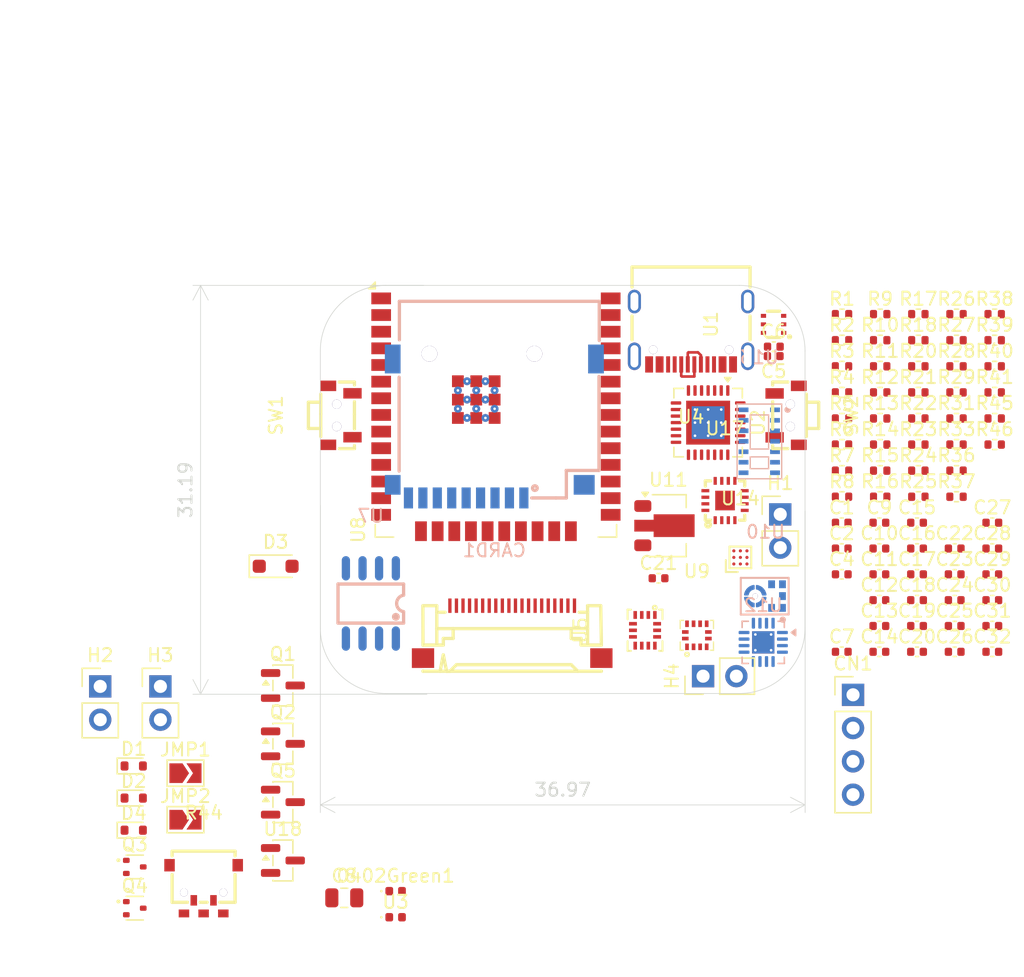
<source format=kicad_pcb>
(kicad_pcb (version 20241229) (generator "pcbnew") (generator_version "9.0")
  (layers (0 "F.Cu" signal) (4 "In1.Cu" power "GND") (6 "In2.Cu" power "+3V3") (2 "B.Cu" signal) (13 "F.Paste" user) (15 "B.Paste" user) (5 "F.SilkS" user "F.Silkscreen") (7 "B.SilkS" user "B.Silkscreen") (1 "F.Mask" user) (3 "B.Mask" user) (25 "Edge.Cuts" user))
  (net 0 "")
  (net 1 "Net-(U12-PGOOD#)")
  (net 2 "Net-(0402Green1-Pad2)")
  (net 3 "GND")
  (net 4 "IO0")
  (net 5 "EN")
  (net 6 "+3V3")
  (net 7 "VBAT")
  (net 8 "+5V_VBUS")
  (net 9 "Net-(U11-VIN)")
  (net 10 "Net-(U14-VDD)")
  (net 11 "BAT+")
  (net 12 "Net-(C26-Pad1)")
  (net 13 "Net-(U9-C1)")
  (net 14 "Net-(U13-VDD)")
  (net 15 "CLK")
  (net 16 "SD_CS")
  (net 17 "MOSI")
  (net 18 "MISO")
  (net 21 "SCL")
  (net 22 "SDA")
  (net 23 "USB_DN")
  (net 24 "Net-(D3-A)")
  (net 25 "USB_DP")
  (net 26 "LEDK")
  (net 27 "TP_RST")
  (net 28 "LCD_CS")
  (net 29 "LCD_RST")
  (net 30 "LCD_DC")
  (net 31 "TP_INT")
  (net 32 "Net-(Q4-D)")
  (net 33 "Net-(U17-OUTN)")
  (net 34 "Net-(U17-OUTP)")
  (net 35 "Net-(U11-VOUT)")
  (net 36 "RTS")
  (net 37 "Net-(Q1-B)")
  (net 38 "Net-(Q2-B)")
  (net 39 "DTR")
  (net 40 "Net-(Q3-D)")
  (net 41 "Net-(Q3-G)")
  (net 42 "Net-(Q4-G)")
  (net 43 "Net-(Q5-B)")
  (net 44 "TXD0")
  (net 45 "RXD")
  (net 46 "RXD0")
  (net 47 "TXD")
  (net 48 "Net-(U4-CC2)")
  (net 49 "Net-(U2-SUSPENDb)")
  (net 50 "Net-(U2-VBUS)")
  (net 51 "Net-(U2-RSTb)")
  (net 52 "Net-(U3-A)")
  (net 53 "Net-(U4-CC1)")
  (net 54 "Net-(U12-ILIM)")
  (net 55 "I2S_MIC")
  (net 56 "EC11_B")
  (net 57 "EC11_A")
  (net 58 "Net-(U17-SD_MODE#)")
  (net 59 "Net-(U12-ISET)")
  (net 60 "LCD_BL")
  (net 61 "EC11_SW")
  (net 62 "VIBR")
  (net 63 "Net-(U17-GAIN_SLOT)")
  (net 64 "Net-(U14-BIN)")
  (net 65 "Net-(U14-GPOUT)")
  (net 66 "Net-(U12-TS)")
  (net 67 "LIGHT")
  (net 90 "Net-(U12-CHG#)")
  (net 98 "IMU_INT")
  (net 104 "I2S_WS")
  (net 109 "I2S_SPKR")
  (net 112 "I2S_SCK")
  (footprint "Resistor_SMD:R_0402_1005Metric" (layer "F.Cu") (at 186.92 73.12)
    (property "Reference" "R7")
    (property "Value" "22.1kΩ")
  )
  (footprint "Capacitor_SMD:C_0402_1005Metric" (layer "F.Cu") (at 195.51 84.97)
    (property "Reference" "C25")
    (property "Value" "2.2uF")
  )
  (footprint "easyeda2kicad:SW-SMD_L4.7-W3.5-P3.35-EH" (layer "F.Cu") (at 148.6725 68.9 90)
    (property "Reference" "SW1")
    (property "Value" "SW-SMD_L4.7-W3.5-P3.35-EH")
  )
  (footprint "Diode_SMD:D_SOD-523" (layer "F.Cu") (at 132.9125 98.1)
    (property "Reference" "D2")
    (property "Value" "LESD5D5.0CT1G_C5199850")
  )
  (footprint "Package_TO_SOT_SMD:SOT-23" (layer "F.Cu") (at 144.2875 93.96)
    (property "Reference" "Q2")
    (property "Value" "SS8050/Y1")
  )
  (footprint "Package_TO_SOT_SMD:SOT-23" (layer "F.Cu") (at 144.2875 102.86)
    (property "Reference" "U18")
    (property "Value" "ME6206B18XG")
  )
  (footprint "easyeda2kicad:USB-C-SMD_G-SWITCH_GT-USB-7010ASV" (layer "F.Cu") (at 175.41 62.6175 180)
    (property "Reference" "U4")
    (property "Value" "GT-USB-7010ASV")
  )
  (footprint "Capacitor_SMD:C_0402_1005Metric" (layer "F.Cu") (at 186.9 77.09)
    (property "Reference" "C1")
    (property "Value" "100nF")
  )
  (footprint "Capacitor_SMD:C_0402_1005Metric" (layer "F.Cu") (at 186.9 81.03)
    (property "Reference" "C4")
    (property "Value" "100nF")
  )
  (footprint "Resistor_SMD:R_0402_1005Metric" (layer "F.Cu") (at 186.92 71.13)
    (property "Reference" "R6")
    (property "Value" "10kΩ")
  )
  (footprint "Package_TO_SOT_SMD:SOT-523" (layer "F.Cu") (at 132.9925 103.35)
    (property "Reference" "Q3")
    (property "Value" "DMG1012T-7")
  )
  (footprint "Capacitor_SMD:C_0402_1005Metric" (layer "F.Cu") (at 192.64 81.03)
    (property "Reference" "C17")
    (property "Value" "100nF")
  )
  (footprint "easyeda2kicad:SW-SMD_L4.7-W3.5-P3.35-EH" (layer "F.Cu") (at 182.7 68.9 -90)
    (property "Reference" "SW2")
    (property "Value" "SW-SMD_L4.7-W3.5-P3.35-EH")
  )
  (footprint "Resistor_SMD:R_0402_1005Metric" (layer "F.Cu") (at 192.74 69.14)
    (property "Reference" "R22")
    (property "Value" "10kΩ")
  )
  (footprint "Capacitor_SMD:C_0402_1005Metric" (layer "F.Cu") (at 195.51 83)
    (property "Reference" "C24")
    (property "Value" "470nF")
  )
  (footprint "easyeda2kicad:TQFN-16_L3.0-W3.0-P0.50-BL-EP1.5" (layer "F.Cu") (at 178 75.4)
    (property "Reference" "U17")
    (property "Value" "MAX98357AETE+T")
  )
  (footprint "easyeda2kicad:SENSOR-SMD_LTR-390UV-01" (layer "F.Cu") (at 181.7 61.96 90)
    (property "Reference" "U1")
    (property "Value" "LTR-390UV-01")
  )
  (footprint "Capacitor_SMD:C_0402_1005Metric" (layer "F.Cu") (at 189.77 81.03)
    (property "Reference" "C11")
    (property "Value" "100nF")
  )
  (footprint "Capacitor_SMD:C_0402_1005Metric" (layer "F.Cu") (at 198.38 84.97)
    (property "Reference" "C31")
    (property "Value" "100nF")
  )
  (footprint "Capacitor_SMD:C_0402_1005Metric" (layer "F.Cu") (at 192.64 84.97)
    (property "Reference" "C19")
    (property "Value" "10uF")
  )
  (footprint "Resistor_SMD:R_0402_1005Metric" (layer "F.Cu") (at 198.56 71.13)
    (property "Reference" "R46")
    (property "Value" "1kΩ")
  )
  (footprint "Resistor_SMD:R_0402_1005Metric" (layer "F.Cu") (at 186.92 65.16)
    (property "Reference" "R3")
    (property "Value" "10kΩ")
  )
  (footprint "Connector_PinHeader_2.54mm:PinHeader_1x02_P2.54mm_Vertical" (layer "F.Cu") (at 182.21 76.455)
    (property "Reference" "H1")
    (property "Value" "HEADER 2X1P")
  )
  (footprint "Resistor_SMD:R_0402_1005Metric" (layer "F.Cu") (at 189.83 71.13)
    (property "Reference" "R14")
    (property "Value" "2.2kΩ")
  )
  (footprint "Diode_SMD:D_SOD-523" (layer "F.Cu") (at 132.9125 95.65)
    (property "Reference" "D1")
    (property "Value" "LESD5D5.0CT1G_C5199850")
  )
  (footprint "Resistor_SMD:R_0402_1005Metric" (layer "F.Cu") (at 195.65 63.17)
    (property "Reference" "R27")
    (property "Value" "10kΩ")
  )
  (footprint "Package_DFN_QFN:QFN-28-1EP_5x5mm_P0.5mm_EP3.35x3.35mm_ThermalVias" (layer "F.Cu") (at 176.71 69.4575 -90)
    (property "Reference" "U2")
    (property "Value" "CP2102N-A02-GQFN28R")
  )
  (footprint "Resistor_SMD:R_0402_1005Metric" (layer "F.Cu") (at 186.92 69.14)
    (property "Reference" "R5")
    (property "Value" "5.1kΩ")
  )
  (footprint "Capacitor_SMD:C_0402_1005Metric" (layer "F.Cu") (at 181.71 64.38 180)
    (property "Reference" "C5")
    (property "Value" "100nF")
  )
  (footprint "Capacitor_SMD:C_0402_1005Metric" (layer "F.Cu") (at 181.72 63.66)
    (property "Reference" "C6")
    (property "Value" "4.7uF")
  )
  (footprint "easyeda2kicad:DSBGA-9_L1.5-W1.5-R3-C3-P0.50-BL" (layer "F.Cu") (at 179.17 79.74)
    (property "Reference" "U14")
    (property "Value" "BQ27421YZFR-G1A")
  )
  (footprint "Capacitor_SMD:C_0402_1005Metric" (layer "F.Cu") (at 192.64 83)
    (property "Reference" "C18")
    (property "Value" "4.7uF")
  )
  (footprint "Connector_PinHeader_2.54mm:PinHeader_1x04_P2.54mm_Vertical" (layer "F.Cu") (at 187.76 90.22)
    (property "Reference" "CN1")
    (property "Value" "1X4")
  )
  (footprint "Capacitor_SMD:C_0402_1005Metric" (layer "F.Cu") (at 198.38 83)
    (property "Reference" "C30")
    (property "Value" "2.2uF")
  )
  (footprint "Resistor_SMD:R_0402_1005Metric" (layer "F.Cu") (at 198.56 65.16)
    (property "Reference" "R40")
    (property "Value" "10kΩ")
  )
  (footprint "Resistor_SMD:R_0402_1005Metric" (layer "F.Cu") (at 195.65 69.14)
    (property "Reference" "R31")
    (property "Value" "100kΩ")
  )
  (footprint "Diode_SMD:D_0402_1005Metric" (layer "F.Cu") (at 152.8825 107.19)
    (property "Reference" "U3")
    (property "Value" "0402 Blue")
  )
  (footprint "Resistor_SMD:R_0402_1005Metric" (layer "F.Cu") (at 192.74 73.12)
    (property "Reference" "R24")
    (property "Value" "10kΩ")
  )
  (footprint "Capacitor_SMD:C_0402_1005Metric" (layer "F.Cu") (at 189.77 83)
    (property "Reference" "C12")
    (property "Value" "100nF")
  )
  (footprint "Resistor_SMD:R_0402_1005Metric" (layer "F.Cu") (at 189.83 69.14)
    (property "Reference" "R13")
    (property "Value" "1k")
  )
  (footprint "Resistor_SMD:R_0402_1005Metric" (layer "F.Cu") (at 192.74 67.15)
    (property "Reference" "R21")
    (property "Value" "10kΩ")
  )
  (footprint "Resistor_SMD:R_0402_1005Metric" (layer "F.Cu") (at 198.56 61.18)
    (property "Reference" "R38")
    (property "Value" "0Ω")
  )
  (footprint "Resistor_SMD:R_0402_1005Metric" (layer "F.Cu") (at 189.83 65.16)
    (property "Reference" "R11")
    (property "Value" "10kΩ")
  )
  (footprint "Capacitor_SMD:C_0402_1005Metric" (layer "F.Cu") (at 195.51 86.94)
    (property "Reference" "C26")
    (property "Value" "4.7uF")
  )
  (footprint "Resistor_SMD:R_0402_1005Metric" (layer "F.Cu") (at 186.92 61.18)
    (property "Reference" "R1")
    (property "Value" "0Ω")
  )
  (footprint "Resistor_SMD:R_0402_1005Metric" (layer "F.Cu") (at 195.65 61.18)
    (property "Reference" "R26")
    (property "Value" "1kΩ")
  )
  (footprint "Resistor_SMD:R_0402_1005Metric" (layer "F.Cu") (at 195.65 75.11)
    (property "Reference" "R37")
    (property "Value" "2.2kΩ")
  )
  (footprint "Capacitor_SMD:C_0402_1005Metric" (layer "F.Cu") (at 172.93 81.33)
    (property "Reference" "C21")
    (property "Value" "10uF")
  )
  (footprint "Diode_SMD:D_SOD-523" (layer "F.Cu") (at 132.9125 100.55)
    (property "Reference" "D4")
    (property "Value" "LESD5D5.0CT1G_C5199850")
  )
  (footprint "easyeda2kicad:RES-ADJ-SMD_GT-EVA01AA-L1" (layer "F.Cu") (at 138.2425 105.06)
    (property "Reference" "R44")
    (property "Value" "GT-EVA01AA-L1")
  )
  (footprint "Resistor_SMD:R_0402_1005Metric" (layer "F.Cu") (at 189.83 63.17)
    (property "Reference" "R10")
    (property "Value" "2.2k")
  )
  (footprint "Capacitor_SMD:C_0402_1005Metric" (layer "F.Cu") (at 198.38 81.03)
    (property "Reference" "C29")
    (property "Value" "10uF")
  )
  (footprint "Capacitor_SMD:C_0402_1005Metric" (layer "F.Cu") (at 192.64 79.06)
    (property "Reference" "C16")
    (property "Value" "100nF")
  )
  (footprint "Resistor_SMD:R_0402_1005Metric" (layer "F.Cu") (at 195.65 67.15)
    (property "Reference" "R29")
    (property "Value" "10kΩ")
  )
  (footprint "Resistor_SMD:R_0402_1005Metric" (layer "F.Cu") (at 189.83 75.11)
    (property "Reference" "R16")
    (property "Value" "10kΩ")
  )
  (footprint "Package_TO_SOT_SMD:SOT-23" (layer "F.Cu") (at 144.2875 89.51)
    (property "Reference" "Q1")
    (property "Value" "SS8050/Y1")
  )
  (footprint "easyeda2kicad:LGA-12_L2.0-W2.0-P0.50-BL" (layer "F.Cu") (at 175.85 85.68)
    (property "Reference" "U9")
    (property "Value" "LIS2MDLTR")
  )
  (footprint "Package_TO_SOT_SMD:SOT-89-3" (layer "F.Cu") (at 173.68 77.3175)
    (property "Reference" "U11")
    (property "Value" "ME6217A33PG")
  )
  (footprint "Resistor_SMD:R_0402_1005Metric" (layer "F.Cu") (at 189.83 67.15)
    (property "Reference" "R12")
    (property "Value" "5.1kΩ")
  )
  (footprint "Resistor_SMD:R_0402_1005Metric" (layer "F.Cu") (at 189.83 73.12)
    (property "Reference" "R15")
    (property "Value" "100kΩ")
  )
  (footprint "Package_TO_SOT_SMD:SOT-523" (layer "F.Cu") (at 132.9925 106.5)
    (property "Reference" "Q4")
    (property "Value" "DMG1012T-7")
  )
  (footprint "Diode_SMD:D_0402_1005Metric" (layer "F.Cu") (at 152.8825 105.2)
    (property "Reference" "0402Green1")
    (property "Value" "TZ-P2-0402YGTIA1-0.45T")
  )
  (footprint "Connector_PinHeader_2.54mm:PinHeader_1x02_P2.54mm_Vertical" (layer "F.Cu") (at 176.325 88.8 90)
    (property "Reference" "H4")
    (property "Value" "HEADER 2X1P")
  )
  (footprint "Connector_PinHeader_2.54mm:PinHeader_1x02_P2.54mm_Vertical" (layer "F.Cu") (at 130.3575 89.58)
    (property "Reference" "H2")
    (property "Value" "HEADER 2X1P")
  )
  (footprint "Capacitor_SMD:C_0402_1005Metric" (layer "F.Cu") (at 186.9 79.06)
    (property "Reference" "C2")
    (property "Value" "100nF")
  )
  (footprint "Connector_PinHeader_2.54mm:PinHeader_1x02_P2.54mm_Vertical" (layer "F.Cu") (at 134.9475 89.58)
    (property "Reference" "H3")
    (property "Value" "HEADER 2X1P")
  )
  (footprint "Capacitor_SMD:C_0402_1005Metric" (layer "F.Cu") (at 189.77 77.09)
    (property "Reference" "C9")
    (property "Value" "100nF")
  )
  (footprint "Resistor_SMD:R_0402_1005Metric" (layer "F.Cu") (at 195.65 65.16)
    (property "Reference" "R28")
    (property "Value" "100kΩ")
  )
  (footprint "Capacitor_SMD:C_0402_1005Metric" (layer "F.Cu") (at 192.64 77.09)
    (property "Reference" "C15")
    (property "Value" "100nF")
  )
  (footprint "Capacitor_SMD:C_0402_1005Metric" (layer "F.Cu") (at 198.38 79.06)
    (property "Reference" "C28")
    (property "Value" "220nF")
  )
  (footprint "Capacitor_SMD:C_0402_1005Metric" (layer "F.Cu") (at 189.77 79.06)
    (property "Reference" "C10")
    (property "Value" "100nF")
  )
  (footprint "Jumper:SolderJumper-2_P1.3mm_Open_TrianglePad1.0x1.5mm" (layer "F.Cu") (at 136.8575 96.2)
    (property "Reference" "JMP1")
    (property "Value" "JMP-2-NO")
  )
  (footprint "Resistor_SMD:R_0402_1005Metric" (layer "F.Cu") (at 195.65 71.13)
    (property "Reference" "R33")
    (property "Value" "1kΩ")
  )
  (footprint "Capacitor_SMD:C_0805_2012Metric" (layer "F.Cu") (at 148.9675 105.71)
    (property "Reference" "C8")
    (property "Value" "22uF")
  )
  (footprint "Resistor_SMD:R_0402_1005Metric" (layer "F.Cu") (at 192.74 71.13)
    (property "Reference" "R23")
    (property "Value" "10kΩ")
  )
  (footprint "RF_Module:ESP32-WROOM-32E" (layer "F.Cu") (at 160.53 65.24)
    (property "Reference" "U8")
    (property "Value" "ESP32-WROOM-32E(8MB)")
  )
  (footprint "Capacitor_SMD:C_0402_1005Metric" (layer "F.Cu") (at 186.9 86.94)
    (property "Reference" "C7")
    (property "Value" "10uF")
  )
  (footprint "Capacitor_SMD:C_0402_1005Metric" (layer "F.Cu") (at 192.64 86.94)
    (property "Reference" "C20")
    (property "Value" "2.2uF")
  )
  (footprint "Capacitor_SMD:C_0402_1005Metric" (layer "F.Cu") (at 189.77 84.97)
    (property "Reference" "C13")
    (property "Value" "2.2uF")
  )
  (footprint "Capacitor_SMD:C_0402_1005Metric" (layer "F.Cu") (at 189.77 86.94)
    (property "Reference" "C14")
    (property "Value" "100nF")
  )
  (footprint "Resistor_SMD:R_0402_1005Metric" (layer "F.Cu") (at 186.92 63.17)
    (property "Reference" "R2")
    (property "Value" "0Ω")
  )
  (footprint "Capacitor_SMD:C_0402_1005Metric" (layer "F.Cu") (at 198.38 86.94)
    (property "Reference" "C32")
    (property "Value" "2.2uF")
  )
  (footprint "Resistor_SMD:R_0402_1005Metric" (layer "F.Cu") (at 192.74 75.11)
    (property "Reference" "R25")
    (property "Value" "5.1kΩ")
  )
  (footprint "easyeda2kicad:LGA-14_L3.0-W2.5-P0.50-BR" (layer "F.Cu") (at 171.9 85.3 90)
    (property "Reference" "U5")
    (property "Value" "BMI270")
  )
  (footprint "Resistor_SMD:R_0402_1005Metric" (layer "F.Cu") (at 198.56 69.14)
    (property "Reference" "R45")
    (property "Value" "10kΩ")
  )
  (footprint "Jumper:SolderJumper-2_P1.3mm_Open_TrianglePad1.0x1.5mm" (layer "F.Cu") (at 136.8575 99.75)
    (property "Reference" "JMP2")
    (property "Value" "JMP-2-NO")
  )
  (footprint "Resistor_SMD:R_0402_1005Metric" (layer "F.Cu") (at 192.74 61.18)
    (property "Reference" "R17")
    (property "Value" "10kΩ")
  )
  (footprint "Resistor_SMD:R_0402_1005Metric" (layer "F.Cu") (at 189.83 61.18)
    (property "Reference" "R9")
    (property "Value" "1kΩ")
  )
  (footprint "Capacitor_SMD:C_0402_1005Metric" (layer "F.Cu") (at 198.38 77.09)
    (property "Reference" "C27")
    (property "Value" "100nF")
  )
  (footprint "easyeda2kicad:FPC-SMD_20P-P0.50_XF2M-2015-1A" (layer "F.Cu") (at 161.77 85.4225)
    (property "Reference" "FPC1" (hide yes))
    (property "Value" "XF2M-2015-1A")
  )
  (footprint "Resistor_SMD:R_0402_1005Metric" (layer "F.Cu") (at 192.74 65.16)
    (property "Reference" "R20")
    (property "Value" "0Ω")
  )
  (footprint "Resistor_SMD:R_0402_1005Metric" (layer "F.Cu") (at 186.92 75.11)
    (property "Reference" "R8")
    (property "Value" "47.5kΩ")
  )
  (footprint "Resistor_SMD:R_0402_1005Metric" (layer "F.Cu") (at 186.92 67.15)
    (property "Reference" "R4")
    (property "Value" "10kΩ")
  )
  (footprint "Diode_SMD:D_SOD-323_HandSoldering" (layer "F.Cu") (at 143.735 80.4125)
    (property "Reference" "D3")
    (property "Value" "1N4148WS T4")
  )
  (footprint "Resistor_SMD:R_0402_1005Metric" (layer "F.Cu") (at 198.56 67.15)
    (property "Reference" "R41")
    (property "Value" "10kΩ")
  )
  (footprint "Capacitor_SMD:C_0402_1005Metric" (layer "F.Cu") (at 195.51 81.03)
    (property "Reference" "C23")
    (property "Value" "100nF")
  )
  (footprint "Resistor_SMD:R_0402_1005Metric" (layer "F.Cu") (at 198.56 63.17)
    (property "Reference" "R39")
    (property "Value" "10kΩ")
  )
  (footprint "Resistor_SMD:R_0402_1005Metric" (layer "F.Cu") (at 195.65 73.12)
    (property "Reference" "R36")
    (property "Value" "2.2kΩ")
  )
  (footprint "Package_TO_SOT_SMD:SOT-23" (layer "F.Cu") (at 144.2875 98.41)
    (property "Reference" "Q5")
    (property "Value" "SS8050/Y1")
  )
  (footprint "Resistor_SMD:R_0402_1005Metric" (layer "F.Cu") (at 192.74 63.17)
    (property "Reference" "R18")
    (property "Value" "10R")
  )
  (footprint "Capacitor_SMD:C_0402_1005Metric" (layer "F.Cu") (at 195.51 79.06)
    (property "Reference" "C22")
    (property "Value" "10uF")
  )
  (footprint "easyeda2kicad:OESIP-14_L5.6-W3.3-P0.80-TL" (layer "B.Cu") (at 180.61 70.88 180)
    (property "Reference" "U13")
    (property "Value" "MAX30102EFD+T_C6454833")
  )
  (footprint "easyeda2kicad:TF-SMD_TF-PUSH" (layer "B.Cu") (at 160.41 69.9025)
    (property "Reference" "CARD1")
    (property "Value" "TF PUSH")
  )
  (footprint "easyeda2kicad:SOP-8_L4.9-W3.9-P1.27-LS6.0-BL" (layer "B.Cu") (at 150.99 83.25 180)
    (property "Reference" "U7")
    (property "Value" "YSN8010SJ 32.768KHZ")
  )
  (footprint "Package_DFN_QFN:QFN-16-1EP_3x3mm_P0.5mm_EP1.7x1.7mm_ThermalVias" (layer "B.Cu") (at 180.9125 86.22 180)
    (property "Reference" "U12")
    (property "Value" "BQ24074RGTR")
  )
  (footprint "easyeda2kicad:MIC-SMD_6P-L3.5-W2.7-P0.90-BL" (layer "B.Cu") (at 181.09 82.69 180)
    (property "Reference" "U10")
    (property "Value" "ICS-43434_C5656610")
  )
  (gr_arc (start 184.1 85.12) (mid 182.635534 88.655534) (end 179.1 90.12) (stroke (width 0.05)) (layer "Edge.Cuts"))
  (gr_line (start 184.1 63.99) (end 184.1 85.12) (stroke (width 0.05)) (layer "Edge.Cuts"))
  (gr_arc (start 179.1 58.99) (mid 182.635534 60.454466) (end 184.1 63.99) (stroke (width 0.05)) (layer "Edge.Cuts"))
  (gr_line (start 179.1 90.12) (end 152.14 90.12) (stroke (width 0.05)) (layer "Edge.Cuts"))
  (gr_line (start 147.14 85.12) (end 147.14 63.99) (stroke (width 0.05)) (layer "Edge.Cuts"))
  (gr_arc (start 152.14 90.12) (mid 148.604466 88.655534) (end 147.14 85.12) (stroke (width 0.05)) (layer "Edge.Cuts"))
  (gr_arc (start 147.14 63.99) (mid 148.604466 60.454466) (end 152.14 58.99) (stroke (width 0.05)) (layer "Edge.Cuts"))
  (gr_line (start 152.14 58.99) (end 179.1 58.99) (stroke (width 0.05)) (layer "Edge.Cuts"))
  (dimension (type orthogonal) (layer "Edge.Cuts") (pts (xy 184.11 75.71) (xy 147.14 75.25)) (height 22.91) (orientation 0) (format (prefix "") (suffix "") (units 3) (units_format 0) (precision 4) (suppress_zeroes yes)) (style (thickness 0.05) (arrow_length 1.27) (text_position_mode 0) (arrow_direction outward) (extension_height 0.58642) (extension_offset 0.5) (keep_text_aligned yes)) (gr_text "36.97" (at 165.625 97.47 0) (layer "Edge.Cuts") (effects (font (size 1 1) (thickness 0.15)))))
  (dimension (type orthogonal) (layer "Edge.Cuts") (pts (xy 155.77 90.18) (xy 155.52 58.99)) (height -17.76) (orientation 1) (format (prefix "") (suffix "") (units 3) (units_format 0) (precision 4) (suppress_zeroes yes)) (style (thickness 0.05) (arrow_length 1.27) (text_position_mode 0) (arrow_direction outward) (extension_height 0.58642) (extension_offset 0.5) (keep_text_aligned yes)) (gr_text "31.19" (at 136.86 74.585 90) (layer "Edge.Cuts") (effects (font (size 1 1) (thickness 0.15)))))
  (segment (start 175.6515 65.9385) (end 174.709 65.9385) (width 0.2) (layer "F.Cu") (net 23))
  (segment (start 175.66 65.0175) (end 175.66 65.93) (width 0.2) (layer "F.Cu") (net 23))
  (segment (start 174.66 65.8895) (end 174.66 65.0175) (width 0.2) (layer "F.Cu") (net 23))
  (segment (start 175.66 65.93) (end 175.6515 65.9385) (width 0.2) (layer "F.Cu") (net 23))
  (segment (start 174.709 65.9385) (end 174.66 65.8895) (width 0.2) (layer "F.Cu") (net 23))
  (segment (start 175.209 64.0965) (end 175.9365 64.0965) (width 0.2) (layer "F.Cu") (net 25))
  (segment (start 175.16 64.1455) (end 175.209 64.0965) (width 0.2) (layer "F.Cu") (net 25))
  (segment (start 175.16 65.0175) (end 175.16 64.1455) (width 0.2) (layer "F.Cu") (net 25))
  (segment (start 176.16 64.32) (end 176.16 65.0175) (width 0.2) (layer "F.Cu") (net 25))
  (segment (start 175.9365 64.0965) (end 176.16 64.32) (width 0.2) (layer "F.Cu") (net 25))
)
</source>
